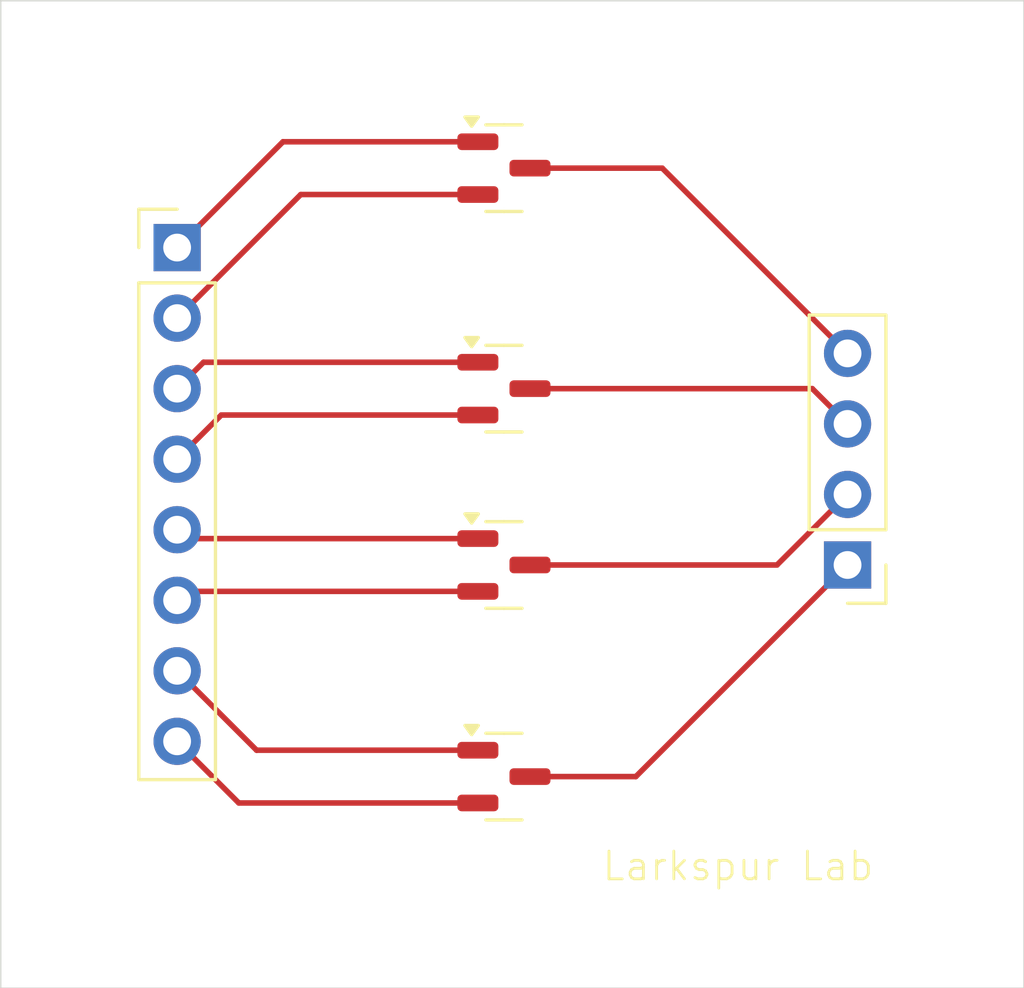
<source format=kicad_pcb>
(kicad_pcb (version 20241229) (generator "pcbnew") (generator_version "9.0")
  (layers (0 "F.Cu" signal) (2 "B.Cu" signal) (13 "F.Paste" user) (15 "B.Paste" user) (5 "F.SilkS" user "F.Silkscreen") (7 "B.SilkS" user "B.Silkscreen") (1 "F.Mask" user) (3 "B.Mask" user) (25 "Edge.Cuts" user))
  (net 0 "")
  (net 1 "Net-(J1-Pin_2)")
  (net 2 "Net-(J2-Pin_4)")
  (net 3 "Net-(J1-Pin_1)")
  (net 4 "Net-(J2-Pin_3)")
  (net 5 "Net-(J1-Pin_4)")
  (net 6 "Net-(J1-Pin_3)")
  (net 7 "Net-(J1-Pin_5)")
  (net 8 "Net-(J1-Pin_6)")
  (net 9 "Net-(J2-Pin_2)")
  (net 10 "Net-(J1-Pin_8)")
  (net 11 "Net-(J2-Pin_1)")
  (net 12 "Net-(J1-Pin_7)")
  (footprint "Package_TO_SOT_SMD:SOT-23" (layer "F.Cu") (at 150.1925 87.63)
    (property "Reference" "Q2" (hide yes))
    (property "Value" "NTR2101P" (hide yes))
    (fp_line (start 0 -1.56) (end -0.65 -1.56) (stroke (width 0.12)) (layer "F.SilkS"))
    (fp_line (start 0 -1.56) (end 0.65 -1.56) (stroke (width 0.12)) (layer "F.SilkS"))
    (fp_line (start 0 1.56) (end -0.65 1.56) (stroke (width 0.12)) (layer "F.SilkS"))
    (fp_line (start 0 1.56) (end 0.65 1.56) (stroke (width 0.12)) (layer "F.SilkS"))
    (fp_poly (pts (xy -1.1625 -1.51) (xy -1.4025 -1.84) (xy -0.9225 -1.84)) (stroke (width 0.12)) (fill yes) (layer "F.SilkS"))
    (pad "1" smd roundrect (at -0.9375 -0.95) (size 1.475 0.6) (layers "F.Cu" "F.Mask" "F.Paste") (net 6 "Net-(J1-Pin_3)"))
    (pad "2" smd roundrect (at -0.9375 0.95) (size 1.475 0.6) (layers "F.Cu" "F.Mask" "F.Paste") (net 5 "Net-(J1-Pin_4)"))
    (pad "3" smd roundrect (at 0.9375 0) (size 1.475 0.6) (layers "F.Cu" "F.Mask" "F.Paste") (net 4 "Net-(J2-Pin_3)"))
  )
  (footprint "Connector_PinHeader_2.54mm:PinHeader_1x04_P2.54mm_Vertical" (layer "F.Cu") (at 162.56 93.98 180)
    (property "Reference" "J2" (hide yes))
    (property "Value" "Conn_01x04_Pin" (hide yes))
    (fp_line (start 1.38 1.27) (end 1.38 9) (stroke (width 0.12)) (layer "F.SilkS"))
    (fp_line (start -1.38 9) (end 1.38 9) (stroke (width 0.12)) (layer "F.SilkS"))
    (fp_line (start -1.38 1.27) (end 1.38 1.27) (stroke (width 0.12)) (layer "F.SilkS"))
    (fp_line (start -1.38 1.27) (end -1.38 9) (stroke (width 0.12)) (layer "F.SilkS"))
    (fp_line (start -1.38 0) (end -1.38 -1.38) (stroke (width 0.12)) (layer "F.SilkS"))
    (fp_line (start -1.38 -1.38) (end 0 -1.38) (stroke (width 0.12)) (layer "F.SilkS"))
    (pad "1" thru_hole rect (at 0 0 180) (size 1.7 1.7) (drill 1) (layers "*.Cu" "*.Mask") (net 11 "Net-(J2-Pin_1)"))
    (pad "2" thru_hole circle (at 0 2.54 180) (size 1.7 1.7) (drill 1) (layers "*.Cu" "*.Mask") (net 9 "Net-(J2-Pin_2)"))
    (pad "3" thru_hole circle (at 0 5.08 180) (size 1.7 1.7) (drill 1) (layers "*.Cu" "*.Mask") (net 4 "Net-(J2-Pin_3)"))
    (pad "4" thru_hole circle (at 0 7.62 180) (size 1.7 1.7) (drill 1) (layers "*.Cu" "*.Mask") (net 2 "Net-(J2-Pin_4)"))
  )
  (footprint "Package_TO_SOT_SMD:SOT-23" (layer "F.Cu") (at 150.1925 79.69)
    (property "Reference" "Q1" (hide yes))
    (property "Value" "NTR2101P" (hide yes))
    (fp_line (start 0 -1.56) (end -0.65 -1.56) (stroke (width 0.12)) (layer "F.SilkS"))
    (fp_line (start 0 -1.56) (end 0.65 -1.56) (stroke (width 0.12)) (layer "F.SilkS"))
    (fp_line (start 0 1.56) (end -0.65 1.56) (stroke (width 0.12)) (layer "F.SilkS"))
    (fp_line (start 0 1.56) (end 0.65 1.56) (stroke (width 0.12)) (layer "F.SilkS"))
    (fp_poly (pts (xy -1.1625 -1.51) (xy -1.4025 -1.84) (xy -0.9225 -1.84)) (stroke (width 0.12)) (fill yes) (layer "F.SilkS"))
    (pad "1" smd roundrect (at -0.9375 -0.95) (size 1.475 0.6) (layers "F.Cu" "F.Mask" "F.Paste") (net 3 "Net-(J1-Pin_1)"))
    (pad "2" smd roundrect (at -0.9375 0.95) (size 1.475 0.6) (layers "F.Cu" "F.Mask" "F.Paste") (net 1 "Net-(J1-Pin_2)"))
    (pad "3" smd roundrect (at 0.9375 0) (size 1.475 0.6) (layers "F.Cu" "F.Mask" "F.Paste") (net 2 "Net-(J2-Pin_4)"))
  )
  (footprint "Package_TO_SOT_SMD:SOT-23" (layer "F.Cu") (at 150.1925 101.6)
    (property "Reference" "Q4" (hide yes))
    (property "Value" "NTR2101P" (hide yes))
    (fp_line (start 0 -1.56) (end -0.65 -1.56) (stroke (width 0.12)) (layer "F.SilkS"))
    (fp_line (start 0 -1.56) (end 0.65 -1.56) (stroke (width 0.12)) (layer "F.SilkS"))
    (fp_line (start 0 1.56) (end -0.65 1.56) (stroke (width 0.12)) (layer "F.SilkS"))
    (fp_line (start 0 1.56) (end 0.65 1.56) (stroke (width 0.12)) (layer "F.SilkS"))
    (fp_poly (pts (xy -1.1625 -1.51) (xy -1.4025 -1.84) (xy -0.9225 -1.84)) (stroke (width 0.12)) (fill yes) (layer "F.SilkS"))
    (pad "1" smd roundrect (at -0.9375 -0.95) (size 1.475 0.6) (layers "F.Cu" "F.Mask" "F.Paste") (net 12 "Net-(J1-Pin_7)"))
    (pad "2" smd roundrect (at -0.9375 0.95) (size 1.475 0.6) (layers "F.Cu" "F.Mask" "F.Paste") (net 10 "Net-(J1-Pin_8)"))
    (pad "3" smd roundrect (at 0.9375 0) (size 1.475 0.6) (layers "F.Cu" "F.Mask" "F.Paste") (net 11 "Net-(J2-Pin_1)"))
  )
  (footprint "Connector_PinHeader_2.54mm:PinHeader_1x08_P2.54mm_Vertical" (layer "F.Cu") (at 138.43 82.55)
    (property "Reference" "J1" (hide yes))
    (property "Value" "Conn_01x08_Pin" (hide yes))
    (fp_line (start -1.38 -1.38) (end 0 -1.38) (stroke (width 0.12)) (layer "F.SilkS"))
    (fp_line (start -1.38 0) (end -1.38 -1.38) (stroke (width 0.12)) (layer "F.SilkS"))
    (fp_line (start -1.38 1.27) (end -1.38 19.16) (stroke (width 0.12)) (layer "F.SilkS"))
    (fp_line (start -1.38 1.27) (end 1.38 1.27) (stroke (width 0.12)) (layer "F.SilkS"))
    (fp_line (start -1.38 19.16) (end 1.38 19.16) (stroke (width 0.12)) (layer "F.SilkS"))
    (fp_line (start 1.38 1.27) (end 1.38 19.16) (stroke (width 0.12)) (layer "F.SilkS"))
    (pad "1" thru_hole rect (at 0 0) (size 1.7 1.7) (drill 1) (layers "*.Cu" "*.Mask") (net 3 "Net-(J1-Pin_1)"))
    (pad "2" thru_hole circle (at 0 2.54) (size 1.7 1.7) (drill 1) (layers "*.Cu" "*.Mask") (net 1 "Net-(J1-Pin_2)"))
    (pad "3" thru_hole circle (at 0 5.08) (size 1.7 1.7) (drill 1) (layers "*.Cu" "*.Mask") (net 6 "Net-(J1-Pin_3)"))
    (pad "4" thru_hole circle (at 0 7.62) (size 1.7 1.7) (drill 1) (layers "*.Cu" "*.Mask") (net 5 "Net-(J1-Pin_4)"))
    (pad "5" thru_hole circle (at 0 10.16) (size 1.7 1.7) (drill 1) (layers "*.Cu" "*.Mask") (net 7 "Net-(J1-Pin_5)"))
    (pad "6" thru_hole circle (at 0 12.7) (size 1.7 1.7) (drill 1) (layers "*.Cu" "*.Mask") (net 8 "Net-(J1-Pin_6)"))
    (pad "7" thru_hole circle (at 0 15.24) (size 1.7 1.7) (drill 1) (layers "*.Cu" "*.Mask") (net 12 "Net-(J1-Pin_7)"))
    (pad "8" thru_hole circle (at 0 17.78) (size 1.7 1.7) (drill 1) (layers "*.Cu" "*.Mask") (net 10 "Net-(J1-Pin_8)"))
  )
  (footprint "Package_TO_SOT_SMD:SOT-23" (layer "F.Cu") (at 150.1925 93.98)
    (property "Reference" "Q3" (hide yes))
    (property "Value" "NTR2101P" (hide yes))
    (fp_line (start 0 -1.56) (end -0.65 -1.56) (stroke (width 0.12)) (layer "F.SilkS"))
    (fp_line (start 0 -1.56) (end 0.65 -1.56) (stroke (width 0.12)) (layer "F.SilkS"))
    (fp_line (start 0 1.56) (end -0.65 1.56) (stroke (width 0.12)) (layer "F.SilkS"))
    (fp_line (start 0 1.56) (end 0.65 1.56) (stroke (width 0.12)) (layer "F.SilkS"))
    (fp_poly (pts (xy -1.1625 -1.51) (xy -1.4025 -1.84) (xy -0.9225 -1.84)) (stroke (width 0.12)) (fill yes) (layer "F.SilkS"))
    (pad "1" smd roundrect (at -0.9375 -0.95) (size 1.475 0.6) (layers "F.Cu" "F.Mask" "F.Paste") (net 7 "Net-(J1-Pin_5)"))
    (pad "2" smd roundrect (at -0.9375 0.95) (size 1.475 0.6) (layers "F.Cu" "F.Mask" "F.Paste") (net 8 "Net-(J1-Pin_6)"))
    (pad "3" smd roundrect (at 0.9375 0) (size 1.475 0.6) (layers "F.Cu" "F.Mask" "F.Paste") (net 9 "Net-(J2-Pin_2)"))
  )
  (gr_rect (start 132.08 73.66) (end 168.91 109.22) (stroke (width 0.05)) (fill no) (layer "Edge.Cuts"))
  (gr_text "Larkspur Lab" (at 153.67 105.41 0) (layer "F.SilkS") (effects (font (size 1 1) (thickness 0.1)) (justify left bottom)))
  (segment (start 149.255 80.64) (end 142.88 80.64) (width 0.2) (layer "F.Cu") (net 1))
  (segment (start 142.88 80.64) (end 138.43 85.09) (width 0.2) (layer "F.Cu") (net 1))
  (segment (start 155.89 79.69) (end 162.56 86.36) (width 0.2) (layer "F.Cu") (net 2))
  (segment (start 151.13 79.69) (end 155.89 79.69) (width 0.2) (layer "F.Cu") (net 2))
  (segment (start 142.24 78.74) (end 138.43 82.55) (width 0.2) (layer "F.Cu") (net 3))
  (segment (start 138.845 82.965) (end 138.43 82.55) (width 0.2) (layer "F.Cu") (net 3))
  (segment (start 149.255 78.74) (end 142.24 78.74) (width 0.2) (layer "F.Cu") (net 3))
  (segment (start 151.13 87.63) (end 161.29 87.63) (width 0.2) (layer "F.Cu") (net 4))
  (segment (start 161.29 87.63) (end 162.56 88.9) (width 0.2) (layer "F.Cu") (net 4))
  (segment (start 140.02 88.58) (end 138.43 90.17) (width 0.2) (layer "F.Cu") (net 5))
  (segment (start 149.255 88.58) (end 140.02 88.58) (width 0.2) (layer "F.Cu") (net 5))
  (segment (start 149.255 86.68) (end 139.38 86.68) (width 0.2) (layer "F.Cu") (net 6))
  (segment (start 139.38 86.68) (end 138.43 87.63) (width 0.2) (layer "F.Cu") (net 6))
  (segment (start 149.255 93.03) (end 138.75 93.03) (width 0.2) (layer "F.Cu") (net 7))
  (segment (start 138.925 92.215) (end 138.43 92.71) (width 0.2) (layer "F.Cu") (net 7))
  (segment (start 138.75 93.03) (end 138.43 92.71) (width 0.2) (layer "F.Cu") (net 7))
  (segment (start 149.255 94.93) (end 138.75 94.93) (width 0.2) (layer "F.Cu") (net 8))
  (segment (start 138.75 94.93) (end 138.43 95.25) (width 0.2) (layer "F.Cu") (net 8))
  (segment (start 160.02 93.98) (end 162.56 91.44) (width 0.2) (layer "F.Cu") (net 9))
  (segment (start 151.13 93.98) (end 160.02 93.98) (width 0.2) (layer "F.Cu") (net 9))
  (segment (start 149.255 102.55) (end 140.65 102.55) (width 0.2) (layer "F.Cu") (net 10))
  (segment (start 140.65 102.55) (end 138.43 100.33) (width 0.2) (layer "F.Cu") (net 10))
  (segment (start 151.13 101.6) (end 154.94 101.6) (width 0.2) (layer "F.Cu") (net 11))
  (segment (start 154.94 101.6) (end 162.56 93.98) (width 0.2) (layer "F.Cu") (net 11))
  (segment (start 141.29 100.65) (end 138.43 97.79) (width 0.2) (layer "F.Cu") (net 12))
  (segment (start 149.255 100.65) (end 141.29 100.65) (width 0.2) (layer "F.Cu") (net 12))
)
</source>
